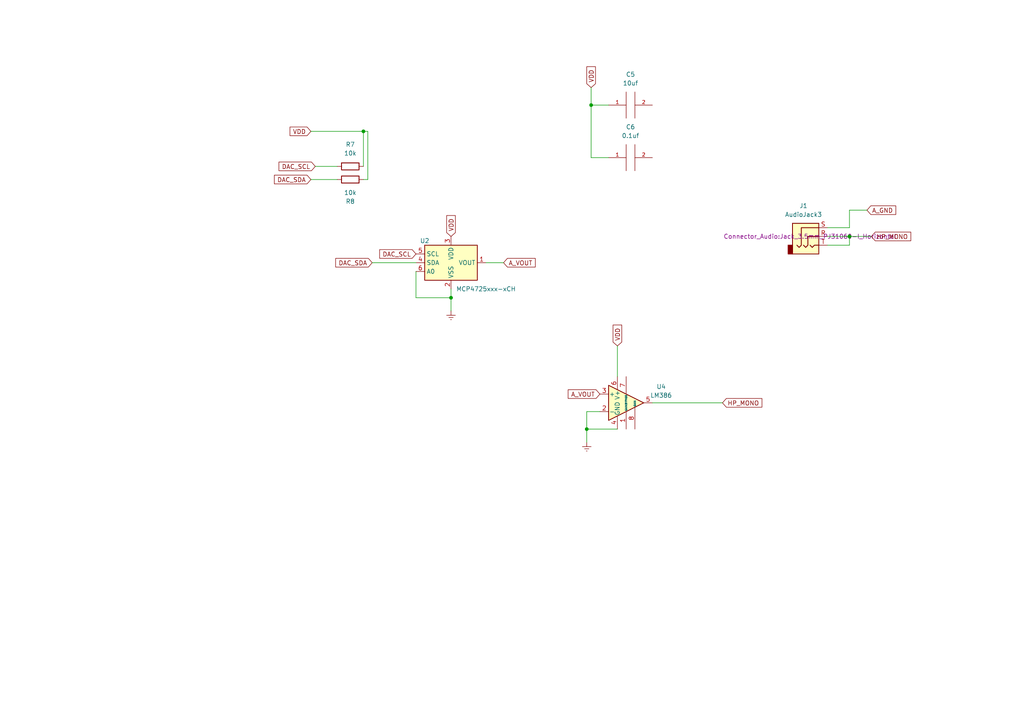
<source format=kicad_sch>
(kicad_sch (version 20211123) (generator eeschema)
  (paper "A4")
  (lib_symbols
    (symbol "Amplifier_Audio:LM386" (pin_names (offset 0.127))
      (property "Reference" "U" (at 1.27 7.62 0))
      (property "Value" "LM386" (at 1.27 5.08 0))
      (symbol "LM386_0_1"
        (polyline (pts (xy 5.08 0) (xy -5.08 5.08) (xy -5.08 -5.08) (xy 5.08 0)) (stroke (width 0.254)) (fill (type background)))
      )
      (symbol "LM386_1_1"
        (pin input line (at 0 -7.62 90) (length 5.08) (name "GAIN") (number "1"))
        (pin input line (at -7.62 -2.54 0) (length 2.54) (name "-") (number "2"))
        (pin input line (at -7.62 2.54 0) (length 2.54) (name "+") (number "3"))
        (pin power_in line (at -2.54 -7.62 90) (length 3.81) (name "GND") (number "4"))
        (pin output line (at 7.62 0 180) (length 2.54) (name "~") (number "5"))
        (pin power_in line (at -2.54 7.62 270) (length 3.81) (name "V+") (number "6"))
        (pin input line (at 0 7.62 270) (length 5.08) (name "BYPASS") (number "7"))
        (pin input line (at 2.54 -7.62 90) (length 6.35) (name "GAIN") (number "8"))
      )
    )
    (symbol "Analog_DAC:MCP4725xxx-xCH"
      (property "Reference" "U" (at -6.35 6.35 0))
      (property "Value" "MCP4725xxx-xCH" (at 8.89 6.35 0))
      (symbol "MCP4725xxx-xCH_0_1"
        (rectangle (start -7.62 5.08) (end 7.62 -5.08) (stroke (width 0.254)) (fill (type background)))
      )
      (symbol "MCP4725xxx-xCH_1_1"
        (pin output line (at 10.16 0 180) (length 2.54) (name "VOUT") (number "1"))
        (pin power_in line (at 0 -7.62 90) (length 2.54) (name "VSS") (number "2"))
        (pin power_in line (at 0 7.62 270) (length 2.54) (name "VDD") (number "3"))
        (pin bidirectional line (at -10.16 0 0) (length 2.54) (name "SDA") (number "4"))
        (pin input line (at -10.16 2.54 0) (length 2.54) (name "SCL") (number "5"))
        (pin input line (at -10.16 -2.54 0) (length 2.54) (name "A0") (number "6"))
      )
    )
    (symbol "Connector:AudioJack3"
      (property "Reference" "J" (at 0 8.89 0))
      (property "Value" "AudioJack3" (at 0 6.35 0))
      (symbol "AudioJack3_0_1"
        (rectangle (start -5.08 -5.08) (end -6.35 -2.54) (stroke (width 0.254)) (fill (type outline)))
        (polyline (pts (xy 0 -2.54) (xy 0.635 -3.175) (xy 1.27 -2.54) (xy 2.54 -2.54)) (stroke (width 0.254)))
        (polyline (pts (xy -1.905 -2.54) (xy -1.27 -3.175) (xy -0.635 -2.54) (xy -0.635 0) (xy 2.54 0)) (stroke (width 0.254)))
        (polyline (pts (xy 2.54 2.54) (xy -2.54 2.54) (xy -2.54 -2.54) (xy -3.175 -3.175) (xy -3.81 -2.54)) (stroke (width 0.254)))
        (rectangle (start 2.54 3.81) (end -5.08 -5.08) (stroke (width 0.254)) (fill (type background)))
      )
      (symbol "AudioJack3_1_1"
        (pin passive line (at 5.08 0 180) (length 2.54) (name "~") (number "R"))
        (pin passive line (at 5.08 2.54 180) (length 2.54) (name "~") (number "S"))
        (pin passive line (at 5.08 -2.54 180) (length 2.54) (name "~") (number "T"))
      )
    )
    (symbol "Device:R" (pin_numbers hide) (pin_names (offset 0))
      (property "Reference" "R" (at 2.032 0 90))
      (property "Value" "R" (at 0 0 90))
      (symbol "R_0_1"
        (rectangle (start -1.016 -2.54) (end 1.016 2.54) (stroke (width 0.254)))
      )
      (symbol "R_1_1"
        (pin passive line (at 0 3.81 270) (length 1.27) (name "~") (number "1"))
        (pin passive line (at 0 -3.81 90) (length 1.27) (name "~") (number "2"))
      )
    )
    (symbol "power:Earth" (power) (pin_names (offset 0))
      (symbol "Earth_0_1"
        (polyline (pts (xy -0.635 -1.905) (xy 0.635 -1.905)))
        (polyline (pts (xy -0.127 -2.54) (xy 0.127 -2.54)))
        (polyline (pts (xy 0 -1.27) (xy 0 0)))
        (polyline (pts (xy 1.27 -1.27) (xy -1.27 -1.27)))
      )
      (symbol "Earth_1_1"
        (pin power_in line (at 0 0 270) (length 0) hide (name "Earth") (number "1"))
      )
    )
    (symbol "pspice:C" (pin_names (offset 0.254))
      (property "Reference" "C" (at 2.54 3.81 90))
      (property "Value" "C" (at 2.54 -3.81 90))
      (symbol "C_0_1"
        (polyline (pts (xy -3.81 -1.27) (xy 3.81 -1.27)))
        (polyline (pts (xy -3.81 1.27) (xy 3.81 1.27)))
      )
      (symbol "C_1_1"
        (pin passive line (at 0 6.35 270) (length 5.08) (name "~") (number "1"))
        (pin passive line (at 0 -6.35 90) (length 5.08) (name "~") (number "2"))
      )
    )
    (symbol "pspice:CAP" (pin_names (offset 0.254))
      (property "Reference" "C" (at 2.54 3.81 90))
      (property "Value" "CAP" (at 2.54 -3.81 90))
      (symbol "CAP_0_1"
        (polyline (pts (xy -3.81 -1.27) (xy 3.81 -1.27)))
        (polyline (pts (xy -3.81 1.27) (xy 3.81 1.27)))
      )
      (symbol "CAP_1_1"
        (pin passive line (at 0 6.35 270) (length 5.08) (name "~") (number "1"))
        (pin passive line (at 0 -6.35 90) (length 5.08) (name "~") (number "2"))
      )
    )
  )
  (junction (at 170.18 124.46))
  (junction (at 171.45 30.48))
  (junction (at 246.38 68.58))
  (junction (at 130.81 86.36))
  (junction (at 105.41 38.1))
  (wire (pts (xy 171.45 30.48) (xy 171.45 45.72)))
  (wire (pts (xy 246.38 66.04) (xy 246.38 60.96)))
  (wire (pts (xy 246.38 68.58) (xy 240.03 68.58)))
  (wire (pts (xy 179.07 100.33) (xy 179.07 109.22)))
  (wire (pts (xy 189.23 116.84) (xy 209.55 116.84)))
  (wire (pts (xy 107.95 76.2) (xy 120.65 76.2)))
  (wire (pts (xy 171.45 30.48) (xy 176.53 30.48)))
  (wire (pts (xy 170.18 124.46) (xy 179.07 124.46)))
  (wire (pts (xy 240.03 66.04) (xy 246.38 66.04)))
  (wire (pts (xy 105.41 38.1) (xy 105.41 48.26)))
  (wire (pts (xy 173.99 119.38) (xy 170.18 119.38)))
  (wire (pts (xy 246.38 68.58) (xy 246.38 71.12)))
  (wire (pts (xy 105.41 38.1) (xy 106.68 38.1)))
  (wire (pts (xy 120.65 78.74) (xy 120.65 86.36)))
  (wire (pts (xy 130.81 83.82) (xy 130.81 86.36)))
  (wire (pts (xy 252.73 68.58) (xy 246.38 68.58)))
  (wire (pts (xy 171.45 45.72) (xy 176.53 45.72)))
  (wire (pts (xy 97.79 48.26) (xy 91.44 48.26)))
  (wire (pts (xy 146.05 76.2) (xy 140.97 76.2)))
  (wire (pts (xy 106.68 38.1) (xy 106.68 52.07)))
  (wire (pts (xy 170.18 119.38) (xy 170.18 124.46)))
  (wire (pts (xy 105.41 52.07) (xy 106.68 52.07)))
  (wire (pts (xy 171.45 25.4) (xy 171.45 30.48)))
  (wire (pts (xy 246.38 60.96) (xy 251.46 60.96)))
  (wire (pts (xy 240.03 71.12) (xy 246.38 71.12)))
  (wire (pts (xy 130.81 86.36) (xy 130.81 90.17)))
  (wire (pts (xy 90.17 52.07) (xy 97.79 52.07)))
  (wire (pts (xy 120.65 86.36) (xy 130.81 86.36)))
  (wire (pts (xy 170.18 124.46) (xy 170.18 128.27)))
  (wire (pts (xy 90.17 38.1) (xy 105.41 38.1)))
  (global_label "DAC_SCL" (shape input) (at 120.65 73.66 180) (property "Intersheet References" "${INTERSHEET_REFS}" (effects hide)))
  (global_label "DAC_SDA" (shape input) (at 107.95 76.2 180) (property "Intersheet References" "${INTERSHEET_REFS}" (effects hide)))
  (global_label "A_GND" (shape input) (at 251.46 60.96 0) (property "Intersheet References" "${INTERSHEET_REFS}" (effects hide)))
  (global_label "DAC_SCL" (shape input) (at 91.44 48.26 180) (property "Intersheet References" "${INTERSHEET_REFS}" (effects hide)))
  (global_label "VDD" (shape input) (at 130.81 68.58 90) (property "Intersheet References" "${INTERSHEET_REFS}" (effects hide)))
  (global_label "A_VOUT" (shape input) (at 146.05 76.2 0) (property "Intersheet References" "${INTERSHEET_REFS}" (effects hide)))
  (global_label "A_VOUT" (shape input) (at 173.99 114.3 180) (property "Intersheet References" "${INTERSHEET_REFS}" (effects hide)))
  (global_label "HP_MONO" (shape input) (at 252.73 68.58 0) (property "Intersheet References" "${INTERSHEET_REFS}" (effects hide)))
  (global_label "VDD" (shape input) (at 90.17 38.1 180) (property "Intersheet References" "${INTERSHEET_REFS}" (effects hide)))
  (global_label "HP_MONO" (shape input) (at 209.55 116.84 0) (property "Intersheet References" "${INTERSHEET_REFS}" (effects hide)))
  (global_label "DAC_SDA" (shape input) (at 90.17 52.07 180) (property "Intersheet References" "${INTERSHEET_REFS}" (effects hide)))
  (global_label "VDD" (shape input) (at 179.07 100.33 90) (property "Intersheet References" "${INTERSHEET_REFS}" (effects hide)))
  (global_label "VDD" (shape input) (at 171.45 25.4 90) (property "Intersheet References" "${INTERSHEET_REFS}" (effects hide)))
  (symbol (lib_id "power:Earth") (at 130.81 90.17 0) (unit 1)
    (property "Reference" "#PWR0108" (effects hide))
    (property "Value" "Earth" (effects hide))
  )
  (symbol (lib_id "Device:R") (at 101.6 52.07 270) (unit 1)
    (property "Reference" "R8" (at 101.6 58.42 90))
    (property "Value" "10k" (at 101.6 55.88 90))
    (property "Footprint" "Resistor_SMD:R_0603_1608Metric" (effects hide))
  )
  (symbol (lib_id "power:Earth") (at 170.18 128.27 0) (unit 1)
    (property "Reference" "#PWR0109" (effects hide))
    (property "Value" "Earth" (effects hide))
  )
  (symbol (lib_id "Connector:AudioJack3") (at 234.95 68.58 0) (unit 1)
    (property "Reference" "J1" (at 233.045 59.69 0))
    (property "Value" "AudioJack3" (at 233.045 62.23 0))
    (property "Footprint" "Connector_Audio:Jack_3.5mm_PJ31060-I_Horizontal" (at 234.95 68.58 0))
  )
  (symbol (lib_id "pspice:CAP") (at 182.88 45.72 90) (unit 1)
    (property "Reference" "C6" (at 182.88 36.83 90))
    (property "Value" "0.1uf" (at 182.88 39.37 90))
    (property "Footprint" "Capacitor_SMD:C_0603_1608Metric" (effects hide))
  )
  (symbol (lib_id "Device:R") (at 101.6 48.26 90) (unit 1)
    (property "Reference" "R7" (at 101.6 41.91 90))
    (property "Value" "10k" (at 101.6 44.45 90))
    (property "Footprint" "Resistor_SMD:R_0603_1608Metric" (effects hide))
  )
  (symbol (lib_id "Amplifier_Audio:LM386") (at 181.61 116.84 0) (unit 1)
    (property "Reference" "U4" (at 191.77 112.141 0))
    (property "Value" "LM386" (at 191.77 114.681 0))
    (property "Footprint" "GlobalLibrary:DIP08" (effects hide))
    (property "Datasheet" "http://www.ti.com/lit/ds/symlink/lm386.pdf" (effects hide))
  )
  (symbol (lib_id "Analog_DAC:MCP4725xxx-xCH") (at 130.81 76.2 0) (unit 1)
    (property "Reference" "U2" (at 123.19 69.85 0))
    (property "Value" "MCP4725xxx-xCH" (at 140.97 83.82 0))
    (property "Footprint" "Package_TO_SOT_SMD:SOT-23-6" (effects hide))
    (property "Datasheet" "http://ww1.microchip.com/downloads/en/DeviceDoc/22039d.pdf" (effects hide))
  )
  (symbol (lib_id "pspice:C") (at 182.88 30.48 90) (unit 1)
    (property "Reference" "C5" (at 182.88 21.59 90))
    (property "Value" "10uf" (at 182.88 24.13 90))
    (property "Footprint" "Capacitor_SMD:C_0603_1608Metric" (effects hide))
  )
)
</source>
